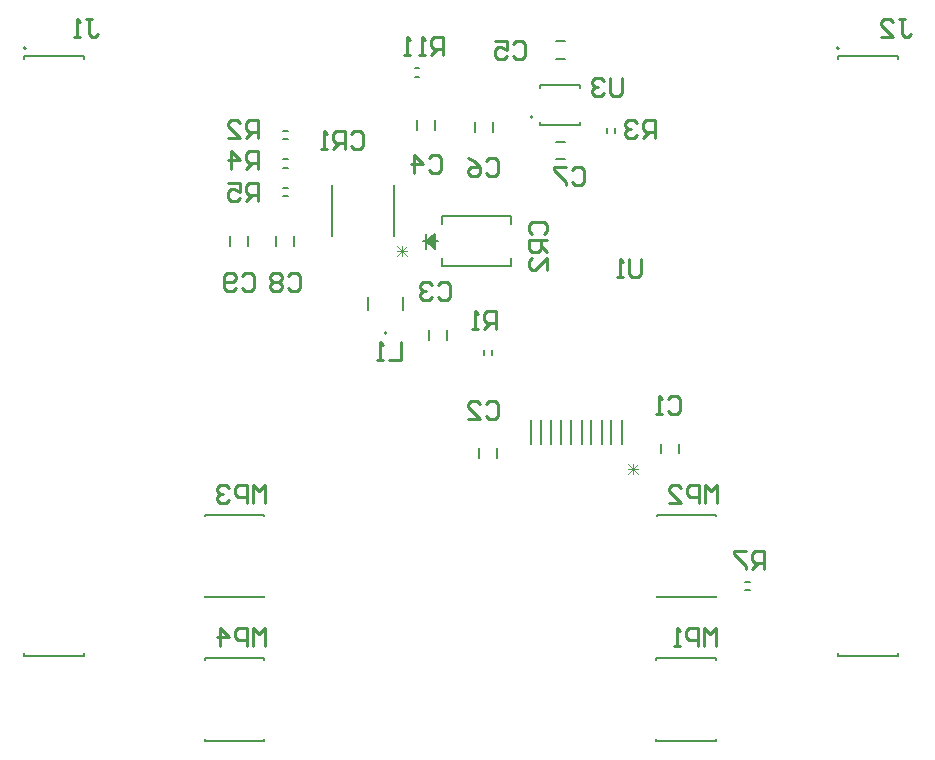
<source format=gbo>
G04*
G04 #@! TF.GenerationSoftware,Altium Limited,Altium Designer,21.6.1 (37)*
G04*
G04 Layer_Color=32896*
%FSLAX25Y25*%
%MOIN*%
G70*
G04*
G04 #@! TF.SameCoordinates,C516AF74-9130-49D1-8B6C-B0EE44DE5DC1*
G04*
G04*
G04 #@! TF.FilePolarity,Positive*
G04*
G01*
G75*
%ADD11C,0.00787*%
%ADD12C,0.01000*%
%ADD42C,0.00600*%
%ADD43C,0.00300*%
D11*
X-26643Y-74611D02*
G03*
X-26643Y-74611I-394J0D01*
G01*
X-297670D02*
G03*
X-297670Y-74611I-394J0D01*
G01*
X-57987Y-255212D02*
X-56412D01*
X-57987Y-252456D02*
X-56412D01*
X-163238Y-171727D02*
Y-168578D01*
X-157333Y-171727D02*
Y-168578D01*
X-27096Y-78292D02*
Y-77170D01*
X-7096Y-78292D02*
Y-77170D01*
X-27096Y-277170D02*
Y-276048D01*
X-7096Y-277170D02*
Y-276048D01*
X-27096Y-77170D02*
X-7096D01*
X-27096Y-277170D02*
X-7096D01*
X-298122D02*
X-278122D01*
X-298122Y-77170D02*
X-278122D01*
Y-277170D02*
Y-276048D01*
X-298122Y-277170D02*
Y-276048D01*
X-278122Y-78292D02*
Y-77170D01*
X-298122Y-78292D02*
Y-77170D01*
X-237843Y-305417D02*
Y-304826D01*
X-218158Y-305417D02*
Y-304826D01*
X-237843Y-278448D02*
Y-277858D01*
X-218158Y-278448D02*
Y-277858D01*
X-237843Y-305417D02*
X-218158D01*
X-237843Y-277858D02*
X-218158D01*
X-103979Y-102799D02*
Y-101224D01*
X-101223Y-102799D02*
Y-101224D01*
X-121104Y-72126D02*
X-117955D01*
X-121104Y-78031D02*
X-117955D01*
X-145079Y-176877D02*
Y-175303D01*
X-142323Y-176877D02*
Y-175303D01*
X-229654Y-140494D02*
Y-137345D01*
X-223748Y-140494D02*
Y-137345D01*
X-214108Y-140494D02*
Y-137345D01*
X-208203Y-140494D02*
Y-137345D01*
X-211943Y-123815D02*
X-210368D01*
X-211943Y-121059D02*
X-210368D01*
X-211943Y-114416D02*
X-210368D01*
X-211943Y-111660D02*
X-210368D01*
X-167301Y-101815D02*
Y-98665D01*
X-161395Y-101815D02*
Y-98665D01*
X-121104Y-111657D02*
X-117955D01*
X-121104Y-105752D02*
X-117955D01*
X-142048Y-102405D02*
Y-99256D01*
X-147954Y-102405D02*
Y-99256D01*
X-168088Y-84077D02*
X-166514D01*
X-168088Y-81322D02*
X-166514D01*
X-237843Y-230058D02*
X-218158D01*
X-237843Y-257617D02*
X-218158D01*
Y-230648D02*
Y-230058D01*
X-237843Y-230648D02*
Y-230058D01*
X-218158Y-257617D02*
Y-257026D01*
X-237843Y-257617D02*
Y-257026D01*
X-87284Y-230058D02*
X-67599D01*
X-87284Y-257617D02*
X-67599D01*
Y-230648D02*
Y-230058D01*
X-87284Y-230648D02*
Y-230058D01*
X-67599Y-257617D02*
Y-257026D01*
X-87284Y-257617D02*
Y-257026D01*
X-87443Y-277858D02*
X-67758D01*
X-87443Y-305417D02*
X-67758D01*
Y-278448D02*
Y-277858D01*
X-87443Y-278448D02*
Y-277858D01*
X-67758Y-305417D02*
Y-304826D01*
X-87443Y-305417D02*
Y-304826D01*
X-211943Y-102208D02*
X-210368D01*
X-211943Y-104964D02*
X-210368D01*
X-140753Y-211102D02*
Y-207952D01*
X-146658Y-211102D02*
Y-207952D01*
X-85869Y-209527D02*
Y-206378D01*
X-79963Y-209527D02*
Y-206378D01*
D12*
X-51501Y-248037D02*
Y-242039D01*
X-54500D01*
X-55500Y-243039D01*
Y-245038D01*
X-54500Y-246038D01*
X-51501D01*
X-53500D02*
X-55500Y-248037D01*
X-57499Y-242039D02*
X-61498D01*
Y-243039D01*
X-57499Y-247038D01*
Y-248037D01*
X-158601Y-76937D02*
Y-70939D01*
X-161600D01*
X-162600Y-71939D01*
Y-73938D01*
X-161600Y-74938D01*
X-158601D01*
X-160600D02*
X-162600Y-76937D01*
X-164599D02*
X-166598D01*
X-165599D01*
Y-70939D01*
X-164599Y-71939D01*
X-169597Y-76937D02*
X-171597D01*
X-170597D01*
Y-70939D01*
X-169597Y-71939D01*
X-220303Y-125436D02*
Y-119438D01*
X-223302D01*
X-224301Y-120438D01*
Y-122437D01*
X-223302Y-123437D01*
X-220303D01*
X-222302D02*
X-224301Y-125436D01*
X-230299Y-119438D02*
X-226301D01*
Y-122437D01*
X-228300Y-121438D01*
X-229300D01*
X-230299Y-122437D01*
Y-124437D01*
X-229300Y-125436D01*
X-227300D01*
X-226301Y-124437D01*
X-220303Y-114936D02*
Y-108938D01*
X-223302D01*
X-224301Y-109938D01*
Y-111937D01*
X-223302Y-112937D01*
X-220303D01*
X-222302D02*
X-224301Y-114936D01*
X-229300D02*
Y-108938D01*
X-226301Y-111937D01*
X-230299D01*
X-217901Y-273937D02*
Y-267939D01*
X-219900Y-269939D01*
X-221900Y-267939D01*
Y-273937D01*
X-223899D02*
Y-267939D01*
X-226898D01*
X-227898Y-268939D01*
Y-270938D01*
X-226898Y-271938D01*
X-223899D01*
X-232896Y-273937D02*
Y-267939D01*
X-229897Y-270938D01*
X-233896D01*
X-217901Y-226137D02*
Y-220139D01*
X-219900Y-222139D01*
X-221900Y-220139D01*
Y-226137D01*
X-223899D02*
Y-220139D01*
X-226898D01*
X-227898Y-221139D01*
Y-223138D01*
X-226898Y-224138D01*
X-223899D01*
X-229897Y-221139D02*
X-230897Y-220139D01*
X-232896D01*
X-233896Y-221139D01*
Y-222139D01*
X-232896Y-223138D01*
X-231896D01*
X-232896D01*
X-233896Y-224138D01*
Y-225138D01*
X-232896Y-226137D01*
X-230897D01*
X-229897Y-225138D01*
X-67301Y-226137D02*
Y-220139D01*
X-69300Y-222139D01*
X-71300Y-220139D01*
Y-226137D01*
X-73299D02*
Y-220139D01*
X-76298D01*
X-77298Y-221139D01*
Y-223138D01*
X-76298Y-224138D01*
X-73299D01*
X-83296Y-226137D02*
X-79297D01*
X-83296Y-222139D01*
Y-221139D01*
X-82296Y-220139D01*
X-80297D01*
X-79297Y-221139D01*
X-67501Y-273937D02*
Y-267939D01*
X-69500Y-269939D01*
X-71500Y-267939D01*
Y-273937D01*
X-73499D02*
Y-267939D01*
X-76498D01*
X-77498Y-268939D01*
Y-270938D01*
X-76498Y-271938D01*
X-73499D01*
X-79497Y-273937D02*
X-81496D01*
X-80497D01*
Y-267939D01*
X-79497Y-268939D01*
X-128830Y-136421D02*
X-129829Y-135421D01*
Y-133422D01*
X-128830Y-132422D01*
X-124831D01*
X-123831Y-133422D01*
Y-135421D01*
X-124831Y-136421D01*
X-123831Y-138420D02*
X-129829D01*
Y-141419D01*
X-128830Y-142419D01*
X-126830D01*
X-125831Y-141419D01*
Y-138420D01*
Y-140419D02*
X-123831Y-142419D01*
Y-148417D02*
Y-144418D01*
X-127830Y-148417D01*
X-128830D01*
X-129829Y-147417D01*
Y-145418D01*
X-128830Y-144418D01*
X-225701Y-150438D02*
X-224702Y-149438D01*
X-222702D01*
X-221703Y-150438D01*
Y-154437D01*
X-222702Y-155436D01*
X-224702D01*
X-225701Y-154437D01*
X-227701D02*
X-228700Y-155436D01*
X-230700D01*
X-231699Y-154437D01*
Y-150438D01*
X-230700Y-149438D01*
X-228700D01*
X-227701Y-150438D01*
Y-151438D01*
X-228700Y-152437D01*
X-231699D01*
X-210156Y-150438D02*
X-209156Y-149438D01*
X-207157D01*
X-206157Y-150438D01*
Y-154437D01*
X-207157Y-155436D01*
X-209156D01*
X-210156Y-154437D01*
X-212155Y-150438D02*
X-213155Y-149438D01*
X-215154D01*
X-216154Y-150438D01*
Y-151438D01*
X-215154Y-152437D01*
X-216154Y-153437D01*
Y-154437D01*
X-215154Y-155436D01*
X-213155D01*
X-212155Y-154437D01*
Y-153437D01*
X-213155Y-152437D01*
X-212155Y-151438D01*
Y-150438D01*
X-213155Y-152437D02*
X-215154D01*
X-6600Y-64839D02*
X-4600D01*
X-5600D01*
Y-69838D01*
X-4600Y-70837D01*
X-3601D01*
X-2601Y-69838D01*
X-12598Y-70837D02*
X-8599D01*
X-12598Y-66839D01*
Y-65839D01*
X-11598Y-64839D01*
X-9599D01*
X-8599Y-65839D01*
X-277600Y-64839D02*
X-275600D01*
X-276600D01*
Y-69838D01*
X-275600Y-70837D01*
X-274601D01*
X-273601Y-69838D01*
X-279599Y-70837D02*
X-281598D01*
X-280599D01*
Y-64839D01*
X-279599Y-65839D01*
X-98803Y-84524D02*
Y-89522D01*
X-99802Y-90522D01*
X-101802D01*
X-102801Y-89522D01*
Y-84524D01*
X-104801Y-85523D02*
X-105800Y-84524D01*
X-107800D01*
X-108799Y-85523D01*
Y-86523D01*
X-107800Y-87523D01*
X-106800D01*
X-107800D01*
X-108799Y-88522D01*
Y-89522D01*
X-107800Y-90522D01*
X-105800D01*
X-104801Y-89522D01*
X-92601Y-144939D02*
Y-149938D01*
X-93601Y-150937D01*
X-95600D01*
X-96600Y-149938D01*
Y-144939D01*
X-98599Y-150937D02*
X-100598D01*
X-99599D01*
Y-144939D01*
X-98599Y-145939D01*
X-88003Y-104436D02*
Y-98438D01*
X-91002D01*
X-92001Y-99438D01*
Y-101437D01*
X-91002Y-102437D01*
X-88003D01*
X-90002D02*
X-92001Y-104436D01*
X-94001Y-99438D02*
X-95000Y-98438D01*
X-97000D01*
X-97999Y-99438D01*
Y-100438D01*
X-97000Y-101437D01*
X-96000D01*
X-97000D01*
X-97999Y-102437D01*
Y-103437D01*
X-97000Y-104436D01*
X-95000D01*
X-94001Y-103437D01*
X-220303Y-104420D02*
Y-98422D01*
X-223302D01*
X-224301Y-99422D01*
Y-101421D01*
X-223302Y-102421D01*
X-220303D01*
X-222302D02*
X-224301Y-104420D01*
X-230299D02*
X-226301D01*
X-230299Y-100421D01*
Y-99422D01*
X-229300Y-98422D01*
X-227300D01*
X-226301Y-99422D01*
X-140901Y-168305D02*
Y-162307D01*
X-143900D01*
X-144899Y-163307D01*
Y-165306D01*
X-143900Y-166306D01*
X-140901D01*
X-142900D02*
X-144899Y-168305D01*
X-146899D02*
X-148898D01*
X-147898D01*
Y-162307D01*
X-146899Y-163307D01*
X-172752Y-172468D02*
Y-178466D01*
X-176751D01*
X-178750D02*
X-180750D01*
X-179750D01*
Y-172468D01*
X-178750Y-173468D01*
X-189124Y-103078D02*
X-188124Y-102078D01*
X-186125D01*
X-185125Y-103078D01*
Y-107077D01*
X-186125Y-108077D01*
X-188124D01*
X-189124Y-107077D01*
X-191123Y-108077D02*
Y-102078D01*
X-194122D01*
X-195122Y-103078D01*
Y-105078D01*
X-194122Y-106077D01*
X-191123D01*
X-193123D02*
X-195122Y-108077D01*
X-197121D02*
X-199121D01*
X-198121D01*
Y-102078D01*
X-197121Y-103078D01*
X-115473Y-115102D02*
X-114474Y-114103D01*
X-112474D01*
X-111475Y-115102D01*
Y-119101D01*
X-112474Y-120101D01*
X-114474D01*
X-115473Y-119101D01*
X-117473Y-114103D02*
X-121471D01*
Y-115102D01*
X-117473Y-119101D01*
Y-120101D01*
X-144302Y-112103D02*
X-143303Y-111104D01*
X-141304D01*
X-140304Y-112103D01*
Y-116102D01*
X-141304Y-117102D01*
X-143303D01*
X-144302Y-116102D01*
X-150301Y-111104D02*
X-148301Y-112103D01*
X-146302Y-114103D01*
Y-116102D01*
X-147301Y-117102D01*
X-149301D01*
X-150301Y-116102D01*
Y-115102D01*
X-149301Y-114103D01*
X-146302D01*
X-135278Y-73079D02*
X-134278Y-72079D01*
X-132279D01*
X-131279Y-73079D01*
Y-77078D01*
X-132279Y-78077D01*
X-134278D01*
X-135278Y-77078D01*
X-141276Y-72079D02*
X-137277D01*
Y-75078D01*
X-139276Y-74079D01*
X-140276D01*
X-141276Y-75078D01*
Y-77078D01*
X-140276Y-78077D01*
X-138277D01*
X-137277Y-77078D01*
X-163348Y-111236D02*
X-162349Y-110236D01*
X-160349D01*
X-159350Y-111236D01*
Y-115235D01*
X-160349Y-116234D01*
X-162349D01*
X-163348Y-115235D01*
X-168347Y-116234D02*
Y-110236D01*
X-165348Y-113235D01*
X-169346D01*
X-160396Y-153446D02*
X-159396Y-152446D01*
X-157397D01*
X-156397Y-153446D01*
Y-157445D01*
X-157397Y-158444D01*
X-159396D01*
X-160396Y-157445D01*
X-162395Y-153446D02*
X-163395Y-152446D01*
X-165394D01*
X-166394Y-153446D01*
Y-154446D01*
X-165394Y-155445D01*
X-164394D01*
X-165394D01*
X-166394Y-156445D01*
Y-157445D01*
X-165394Y-158444D01*
X-163395D01*
X-162395Y-157445D01*
X-144400Y-193039D02*
X-143400Y-192039D01*
X-141401D01*
X-140401Y-193039D01*
Y-197038D01*
X-141401Y-198037D01*
X-143400D01*
X-144400Y-197038D01*
X-150398Y-198037D02*
X-146399D01*
X-150398Y-194039D01*
Y-193039D01*
X-149398Y-192039D01*
X-147399D01*
X-146399Y-193039D01*
X-83600Y-191439D02*
X-82600Y-190439D01*
X-80601D01*
X-79601Y-191439D01*
Y-195438D01*
X-80601Y-196437D01*
X-82600D01*
X-83600Y-195438D01*
X-85599Y-196437D02*
X-87598D01*
X-86599D01*
Y-190439D01*
X-85599Y-191439D01*
D42*
X-177401Y-169512D02*
G03*
X-177401Y-169512I-300J0D01*
G01*
X-128698Y-97485D02*
G03*
X-128698Y-97485I-400J0D01*
G01*
X-195551Y-137026D02*
Y-120226D01*
X-174851Y-137026D02*
Y-120226D01*
X-171901Y-161951D02*
Y-157673D01*
X-183501Y-161951D02*
Y-157673D01*
X-112829Y-100247D02*
Y-99295D01*
X-126229Y-87799D02*
Y-86847D01*
Y-100247D02*
Y-99295D01*
Y-100247D02*
X-112829D01*
Y-87799D02*
Y-86847D01*
X-126229D02*
X-112829D01*
X-135777Y-147175D02*
Y-144580D01*
X-165285Y-138919D02*
X-160285D01*
X-164285Y-141419D02*
Y-136419D01*
Y-138919D02*
X-161285Y-141419D01*
X-164285Y-138919D02*
X-161285Y-140919D01*
X-164285Y-138919D02*
X-161285Y-140419D01*
X-164285Y-138919D02*
X-161285Y-139919D01*
X-164285Y-138919D02*
X-161285Y-139419D01*
X-164285Y-138919D02*
X-161285Y-136419D01*
X-164285Y-138919D02*
X-161285Y-136919D01*
X-164285Y-138919D02*
X-161285Y-137419D01*
X-164285Y-138919D02*
X-161285Y-137919D01*
X-164285Y-138919D02*
X-161285Y-138419D01*
Y-141419D02*
Y-136419D01*
X-158785Y-130663D02*
X-135777D01*
Y-133259D02*
Y-130663D01*
X-158785Y-147175D02*
X-135777D01*
X-158785D02*
Y-144580D01*
Y-133259D02*
Y-130663D01*
X-99028Y-206545D02*
Y-198555D01*
X-105721Y-206545D02*
Y-198555D01*
X-112414Y-206545D02*
Y-198555D01*
X-119107Y-206545D02*
Y-198555D01*
X-125800Y-206545D02*
Y-198555D01*
X-102629Y-206545D02*
Y-198555D01*
X-109321Y-206545D02*
Y-198555D01*
X-116014Y-206545D02*
Y-198555D01*
X-122707Y-206545D02*
Y-198555D01*
X-129400Y-206545D02*
Y-198555D01*
D43*
X-170486Y-143945D02*
X-173818Y-140612D01*
Y-143945D02*
X-170486Y-140612D01*
X-172152Y-143945D02*
Y-140612D01*
X-173818Y-142278D02*
X-170486D01*
X-93732Y-213180D02*
X-97064Y-216512D01*
X-93732D02*
X-97064Y-213180D01*
X-93732Y-214846D02*
X-97064D01*
X-95398Y-216512D02*
Y-213180D01*
M02*

</source>
